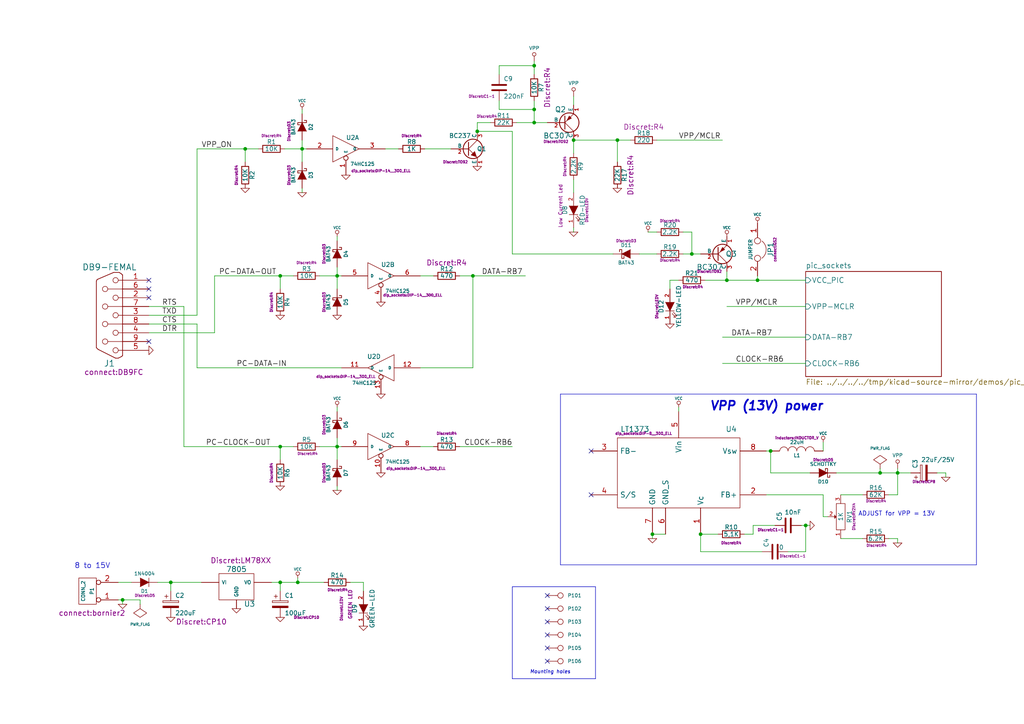
<source format=kicad_sch>
(kicad_sch (version 20230121) (generator eeschema)
  (paper "A4")
  (title_block (title "JDM - COM84 PIC Programmer with 13V DC/DC converter") (date "05 jan 2014") (rev "2") (company "KiCad"))
  (lib_symbols
    (symbol "pic_programmer_schlib:74LS125" (pin_names (offset 0.762))
      (property "Reference" "U" (at 0 2.54 0))
      (property "Value" "74LS125" (at 1.27 -3.81 0))
      (symbol "74LS125_0_0"
        (pin power_in line (at -3.81 3.81 270) (length 0) hide (name "VCC") (number "14"))
        (pin power_in line (at -3.81 -3.81 90) (length 0) hide (name "GND") (number "7"))
      )
      (symbol "74LS125_0_1"
        (polyline (pts (xy -3.81 3.81) (xy -3.81 -3.81) (xy 3.81 0) (xy -3.81 3.81)))
      )
      (symbol "74LS125_1_0"
        (pin input inverted (at 0 -7.62 90) (length 5.588) (name "E") (number "1"))
      )
      (symbol "74LS125_1_1"
        (pin input line (at -11.43 0 0) (length 7.62) (name "D") (number "2"))
        (pin tri_state line (at 11.43 0 180) (length 7.62) (name "O") (number "3"))
      )
      (symbol "74LS125_2_0"
        (pin input inverted (at 0 -7.62 90) (length 5.588) (name "E") (number "4"))
      )
      (symbol "74LS125_2_1"
        (pin input line (at -11.43 0 0) (length 7.62) (name "D") (number "5"))
        (pin tri_state line (at 11.43 0 180) (length 7.62) (name "O") (number "6"))
      )
      (symbol "74LS125_3_0"
        (pin input inverted (at 0 -7.62 90) (length 5.588) (name "E") (number "10"))
      )
      (symbol "74LS125_3_1"
        (pin tri_state line (at 11.43 0 180) (length 7.62) (name "O") (number "8"))
        (pin input line (at -11.43 0 0) (length 7.62) (name "D") (number "9"))
      )
      (symbol "74LS125_4_0"
        (pin input inverted (at 0 -7.62 90) (length 5.588) (name "E") (number "13"))
      )
      (symbol "74LS125_4_1"
        (pin tri_state line (at 11.43 0 180) (length 7.62) (name "O") (number "11"))
        (pin input line (at -11.43 0 0) (length 7.62) (name "D") (number "12"))
      )
    )
    (symbol "pic_programmer_schlib:7805" (pin_numbers hide) (pin_names (offset 0.762))
      (property "Reference" "U" (at 3.81 -4.9784 0))
      (property "Value" "7805" (at 0 5.08 0))
      (symbol "7805_0_1"
        (rectangle (start -5.08 -3.81) (end 5.08 3.81))
      )
      (symbol "7805_1_1"
        (pin input line (at 0 -6.35 90) (length 2.54) (name "GND") (number "GND"))
        (pin input line (at -10.16 1.27 0) (length 5.08) (name "VI") (number "VI"))
        (pin power_out line (at 10.16 1.27 180) (length 5.08) (name "VO") (number "VO"))
      )
    )
    (symbol "pic_programmer_schlib:C" (pin_numbers hide) (pin_names (offset 0.254))
      (property "Reference" "C" (at 0.635 2.54 0))
      (property "Value" "C" (at 0.635 -2.54 0))
      (symbol "C_0_1"
        (polyline (pts (xy -2.032 -0.762) (xy 2.032 -0.762)) (stroke (width 0.508)))
        (polyline (pts (xy -2.032 0.762) (xy 2.032 0.762)) (stroke (width 0.508)))
      )
      (symbol "C_1_1"
        (pin passive line (at 0 3.81 270) (length 2.794) (name "~") (number "1"))
        (pin passive line (at 0 -3.81 90) (length 2.794) (name "~") (number "2"))
      )
    )
    (symbol "pic_programmer_schlib:CONN_1" (pin_numbers hide) (pin_names (offset 0.762) hide)
      (property "Reference" "P" (at 2.032 0 0))
      (symbol "CONN_1_0_1"
        (polyline (pts (xy -0.762 0) (xy -1.27 0)))
        (circle (center 0 0) (radius 0.7874))
      )
      (symbol "CONN_1_1_1"
        (pin passive line (at -3.81 0 0) (length 2.54) (name "1") (number "1"))
      )
    )
    (symbol "pic_programmer_schlib:CONN_2" (pin_names (offset 1.016) hide)
      (property "Reference" "P" (at -1.27 0 90))
      (property "Value" "CONN_2" (at 1.27 0 90))
      (symbol "CONN_2_0_1"
        (rectangle (start -2.54 3.81) (end 2.54 -3.81))
      )
      (symbol "CONN_2_1_1"
        (pin passive inverted (at -8.89 2.54 0) (length 6.35) (name "P1") (number "1"))
        (pin passive inverted (at -8.89 -2.54 0) (length 6.35) (name "PM") (number "2"))
      )
    )
    (symbol "pic_programmer_schlib:CP" (pin_numbers hide) (pin_names (offset 0.254))
      (property "Reference" "C" (at 0.635 2.54 0))
      (property "Value" "CP" (at 0.635 -2.54 0))
      (symbol "CP_0_1"
        (rectangle (start -2.286 0.508) (end -2.286 1.016))
        (rectangle (start -2.286 0.508) (end 2.286 0.508))
        (rectangle (start -1.778 2.286) (end -0.762 2.286))
        (rectangle (start -1.27 1.778) (end -1.27 2.794))
        (rectangle (start 2.286 -0.508) (end -2.286 -1.016) (fill (type outline)))
        (rectangle (start 2.286 1.016) (end -2.286 1.016))
        (rectangle (start 2.286 1.016) (end 2.286 0.508))
      )
      (symbol "CP_1_1"
        (pin passive line (at 0 3.81 270) (length 2.794) (name "~") (number "1"))
        (pin passive line (at 0 -3.81 90) (length 2.794) (name "~") (number "2"))
      )
    )
    (symbol "pic_programmer_schlib:D" (pin_numbers hide) (pin_names (offset 1.016) hide)
      (property "Reference" "D" (at 0 2.54 0))
      (property "Value" "D" (at 0 -2.54 0))
      (symbol "D_0_1"
        (polyline (pts (xy -1.27 1.27) (xy -1.27 -1.27)) (stroke (width 0.1524)))
        (polyline (pts (xy 1.27 1.27) (xy -1.27 0) (xy 1.27 -1.27)) (fill (type outline)))
      )
      (symbol "D_1_1"
        (pin passive line (at -3.81 0 0) (length 2.54) (name "K") (number "1"))
        (pin passive line (at 3.81 0 180) (length 2.54) (name "A") (number "2"))
      )
    )
    (symbol "pic_programmer_schlib:DB9" (pin_names (offset 1.016) hide)
      (property "Reference" "J" (at 0 13.97 0))
      (property "Value" "DB9" (at 0 -13.97 0))
      (symbol "DB9_0_1"
        (circle (center -1.778 -10.16) (radius 0.762))
        (circle (center -1.778 -5.08) (radius 0.762))
        (circle (center -1.778 0) (radius 0.762))
        (circle (center -1.778 5.08) (radius 0.762))
        (circle (center -1.778 10.16) (radius 0.762))
        (polyline (pts (xy -3.81 -11.684) (xy -3.81 11.684)) (stroke (width 0.2032)))
        (polyline (pts (xy -3.81 -11.6586) (xy -3.556 -11.938)) (stroke (width 0.2032)))
        (polyline (pts (xy -3.81 -10.16) (xy -2.54 -10.16)))
        (polyline (pts (xy -3.81 -7.62) (xy 0.508 -7.62)))
        (polyline (pts (xy -3.81 -5.08) (xy -2.54 -5.08)))
        (polyline (pts (xy -3.81 -2.54) (xy 0.508 -2.54)))
        (polyline (pts (xy -3.81 0) (xy -2.54 0)))
        (polyline (pts (xy -3.81 2.54) (xy 0.508 2.54)))
        (polyline (pts (xy -3.81 5.08) (xy -2.54 5.08)))
        (polyline (pts (xy -3.81 7.62) (xy 0.508 7.62)))
        (polyline (pts (xy -3.81 10.16) (xy -2.54 10.16)))
        (polyline (pts (xy -3.556 -11.938) (xy -2.794 -12.446)) (stroke (width 0.2032)))
        (polyline (pts (xy -3.556 11.938) (xy -3.81 11.684)) (stroke (width 0.2032)))
        (polyline (pts (xy -3.556 11.938) (xy -2.54 12.446)) (stroke (width 0.2032)))
        (polyline (pts (xy -2.794 -12.446) (xy -1.27 -12.446)) (stroke (width 0.2032)))
        (polyline (pts (xy -2.54 12.446) (xy -1.778 12.446)) (stroke (width 0.2032)))
        (polyline (pts (xy 3.2766 9.906) (xy -1.778 12.446)) (stroke (width 0.2032)))
        (polyline (pts (xy 3.2766 9.906) (xy 3.81 9.398)) (stroke (width 0.2032)))
        (polyline (pts (xy 3.556 -10.3886) (xy -1.27 -12.446)) (stroke (width 0.2032)))
        (polyline (pts (xy 3.81 -9.906) (xy 3.556 -10.3886)) (stroke (width 0.2032)))
        (polyline (pts (xy 3.81 9.398) (xy 3.81 -9.906)) (stroke (width 0.2032)))
        (circle (center 1.27 -7.62) (radius 0.762))
        (circle (center 1.27 -2.54) (radius 0.762))
        (circle (center 1.27 2.54) (radius 0.762))
        (circle (center 1.27 7.62) (radius 0.762))
      )
      (symbol "DB9_1_1"
        (pin passive line (at -11.43 -10.16 0) (length 7.62) (name "1") (number "1"))
        (pin passive line (at -11.43 -5.08 0) (length 7.62) (name "2") (number "2"))
        (pin passive line (at -11.43 0 0) (length 7.62) (name "3") (number "3"))
        (pin passive line (at -11.43 5.08 0) (length 7.62) (name "4") (number "4"))
        (pin passive line (at -11.43 10.16 0) (length 7.62) (name "5") (number "5"))
        (pin passive line (at -11.43 -7.62 0) (length 7.62) (name "P6") (number "6"))
        (pin passive line (at -11.43 -2.54 0) (length 7.62) (name "P7") (number "7"))
        (pin passive line (at -11.43 2.54 0) (length 7.62) (name "P8") (number "8"))
        (pin passive line (at -11.43 7.62 0) (length 7.62) (name "P9") (number "9"))
      )
    )
    (symbol "pic_programmer_schlib:D_Schottky" (pin_numbers hide) (pin_names (offset 1.016) hide)
      (property "Reference" "D" (at 0 2.54 0))
      (property "Value" "D_Schottky" (at 0 -2.54 0))
      (symbol "D_Schottky_0_1"
        (polyline (pts (xy 1.27 1.27) (xy -1.27 0) (xy 1.27 -1.27)) (fill (type outline)))
        (polyline (pts (xy -1.905 0.635) (xy -1.905 1.27) (xy -1.27 1.27) (xy -1.27 -1.27) (xy -0.635 -1.27) (xy -0.635 -0.635)) (stroke (width 0.2032)))
      )
      (symbol "D_Schottky_1_1"
        (pin passive line (at -3.81 0 0) (length 2.54) (name "K") (number "1"))
        (pin passive line (at 3.81 0 180) (length 2.54) (name "A") (number "2"))
      )
    )
    (symbol "pic_programmer_schlib:GND" (power) (pin_names (offset 0))
      (symbol "GND_0_1"
        (polyline (pts (xy -1.27 0) (xy 0 -1.27) (xy 1.27 0) (xy -1.27 0)))
      )
      (symbol "GND_1_1"
        (pin power_in line (at 0 0 90) (length 0) hide (name "GND") (number "1"))
      )
    )
    (symbol "pic_programmer_schlib:INDUCTOR" (pin_numbers hide) (pin_names (offset 1.016) hide)
      (property "Reference" "L" (at -1.27 0 90))
      (property "Value" "INDUCTOR" (at 2.54 0 90))
      (symbol "INDUCTOR_0_1"
        (arc (start 0.0254 -5.0546) (mid 1.2449 -3.8097) (end 0.0254 -2.54))
        (arc (start 0.0254 -2.5146) (mid 1.2703 -1.2444) (end 0.0254 0.0508))
        (arc (start 0.0254 0.0254) (mid 1.2703 1.2956) (end 0.0254 2.5908))
        (arc (start 0.0254 2.5654) (mid 1.1941 3.7595) (end 0.0254 4.9784))
      )
      (symbol "INDUCTOR_1_1"
        (pin passive line (at 0 7.62 270) (length 2.54) (name "1") (number "1"))
        (pin passive line (at 0 -7.62 90) (length 2.54) (name "2") (number "2"))
      )
    )
    (symbol "pic_programmer_schlib:JUMPER" (pin_names (offset 0.762) hide)
      (property "Reference" "JP" (at 0 3.81 0))
      (property "Value" "JUMPER" (at 0 -2.032 0))
      (symbol "JUMPER_0_1"
        (circle (center -2.54 0) (radius 0.889))
        (arc (start 2.5146 1.27) (mid 0.0078 2.5097) (end -2.4892 1.27))
        (circle (center 2.54 0) (radius 0.889))
        (pin passive line (at -7.62 0 0) (length 4.191) (name "1") (number "1"))
        (pin passive line (at 7.62 0 180) (length 4.191) (name "2") (number "2"))
      )
    )
    (symbol "pic_programmer_schlib:LED" (pin_names (offset 1.016) hide)
      (property "Reference" "D" (at 0 2.54 0))
      (property "Value" "LED" (at 0 -2.54 0))
      (symbol "LED_0_1"
        (polyline (pts (xy -1.27 1.27) (xy -1.27 -1.27)))
        (polyline (pts (xy -2.032 -0.635) (xy -3.175 -1.651) (xy -3.048 -1.016)))
        (polyline (pts (xy -1.651 -1.016) (xy -2.794 -2.032) (xy -2.667 -1.397)))
        (polyline (pts (xy 1.27 1.27) (xy -1.27 0) (xy 1.27 -1.27)) (fill (type outline)))
      )
      (symbol "LED_1_1"
        (pin passive line (at -5.08 0 0) (length 3.81) (name "K") (number "1"))
        (pin passive line (at 5.08 0 180) (length 3.81) (name "A") (number "2"))
      )
    )
    (symbol "pic_programmer_schlib:LT1373" (pin_names (offset 0.762))
      (property "Reference" "U" (at 15.24 12.7 0))
      (property "Value" "LT1373" (at -12.7 12.7 0))
      (symbol "LT1373_0_1"
        (rectangle (start -17.78 -10.16) (end 17.78 10.16))
      )
      (symbol "LT1373_1_1"
        (pin input line (at 6.35 -17.78 90) (length 7.62) (name "Vc") (number "1"))
        (pin input line (at 25.4 -6.35 180) (length 7.62) (name "FB+") (number "2"))
        (pin passive line (at -25.4 6.35 0) (length 7.62) (name "FB-") (number "3"))
        (pin passive line (at -25.4 -6.35 0) (length 7.62) (name "S/S") (number "4"))
        (pin power_in line (at 0 17.78 270) (length 7.62) (name "Vin") (number "5"))
        (pin input line (at -3.81 -17.78 90) (length 7.62) (name "GND_S") (number "6"))
        (pin input line (at -7.62 -17.78 90) (length 7.62) (name "GND") (number "7"))
        (pin input line (at 25.4 6.35 180) (length 7.62) (name "Vsw") (number "8"))
      )
    )
    (symbol "pic_programmer_schlib:NPN" (pin_names (offset 0))
      (property "Reference" "Q" (at 0 -3.81 0))
      (property "Value" "NPN" (at 0 3.81 0))
      (symbol "NPN_0_1"
        (polyline (pts (xy 0 0) (xy 2.54 2.54)))
        (polyline (pts (xy 0 1.905) (xy 0 -1.905) (xy 0 -1.905)) (stroke (width 0.254)))
        (polyline (pts (xy 1.27 -1.27) (xy 0 0) (xy 0 0)))
        (polyline (pts (xy 2.286 -2.286) (xy 2.54 -2.54) (xy 2.54 -2.54)))
        (polyline (pts (xy 2.286 -2.286) (xy 1.778 -0.762) (xy 0.762 -1.778) (xy 2.286 -2.286) (xy 2.286 -2.286)) (fill (type outline)))
        (circle (center 1.27 0) (radius 2.8194) (stroke (width 0.254)))
      )
      (symbol "NPN_1_1"
        (pin passive line (at 2.54 -5.08 90) (length 2.54) (name "E") (number "1"))
        (pin input line (at -5.08 0 0) (length 5.08) (name "B") (number "2"))
        (pin passive line (at 2.54 5.08 270) (length 2.54) (name "C") (number "3"))
      )
    )
    (symbol "pic_programmer_schlib:PNP" (pin_names (offset 0))
      (property "Reference" "Q" (at 0 -3.81 0))
      (property "Value" "PNP" (at 0 3.81 0))
      (symbol "PNP_0_1"
        (polyline (pts (xy 0 0) (xy 2.54 2.54)))
        (polyline (pts (xy 0 1.905) (xy 0 -1.905) (xy 0 -1.905)) (stroke (width 0.254)) (fill (type outline)))
        (polyline (pts (xy 0.635 -0.635) (xy 0 0) (xy 0 0)))
        (polyline (pts (xy 2.54 -2.54) (xy 1.651 -1.651) (xy 1.651 -1.651)))
        (polyline (pts (xy 0.635 -0.635) (xy 1.27 -1.905) (xy 1.905 -1.27) (xy 0.635 -0.635) (xy 0.635 -0.635)) (fill (type outline)))
        (circle (center 1.27 0) (radius 2.8194) (stroke (width 0.254)))
      )
      (symbol "PNP_1_1"
        (pin passive line (at 2.54 -5.08 90) (length 2.54) (name "E") (number "1"))
        (pin input line (at -5.08 0 0) (length 5.08) (name "B") (number "2"))
        (pin passive line (at 2.54 5.08 270) (length 2.54) (name "C") (number "3"))
      )
    )
    (symbol "pic_programmer_schlib:POT" (pin_names (offset 1.016) hide)
      (property "Reference" "RV" (at 0 -2.54 0))
      (property "Value" "POT" (at 0 0 0))
      (symbol "POT_0_1"
        (rectangle (start -3.81 1.27) (end 3.81 -1.27))
        (polyline (pts (xy 0 1.27) (xy -0.508 1.778) (xy 0.508 1.778)) (fill (type outline)))
      )
      (symbol "POT_1_1"
        (pin passive line (at -6.35 0 0) (length 2.54) (name "1") (number "1"))
        (pin passive line (at 0 3.81 270) (length 2.032) (name "2") (number "2"))
        (pin passive line (at 6.35 0 180) (length 2.54) (name "3") (number "3"))
      )
    )
    (symbol "pic_programmer_schlib:PWR_FLAG" (power) (pin_numbers hide) (pin_names (offset 0) hide)
      (property "Value" "PWR_FLAG" (at 0 4.572 0))
      (symbol "PWR_FLAG_0_0"
        (pin power_out line (at 0 0 90) (length 0) (name "pwr") (number "1"))
      )
      (symbol "PWR_FLAG_0_1"
        (polyline (pts (xy 0 0) (xy 0 1.27) (xy -1.905 2.54) (xy 0 3.81) (xy 1.905 2.54) (xy 0 1.27)))
      )
    )
    (symbol "pic_programmer_schlib:R" (pin_numbers hide) (pin_names (offset 0))
      (property "Reference" "R" (at 2.032 0 90))
      (property "Value" "R" (at 0 0 90))
      (symbol "R_0_1"
        (rectangle (start -1.016 -2.54) (end 1.016 2.54) (stroke (width 0.254)))
      )
      (symbol "R_1_1"
        (pin passive line (at 0 3.81 270) (length 1.27) (name "~") (number "1"))
        (pin passive line (at 0 -3.81 90) (length 1.27) (name "~") (number "2"))
      )
    )
    (symbol "pic_programmer_schlib:VCC" (power) (pin_names (offset 0))
      (property "Value" "VCC" (at 0 2.54 0))
      (symbol "VCC_0_0"
        (pin power_in line (at 0 0 90) (length 0) hide (name "VCC") (number "1"))
      )
      (symbol "VCC_0_1"
        (polyline (pts (xy 0 0) (xy 0 0.762) (xy 0 0.762)))
        (circle (center 0 1.27) (radius 0.508))
      )
    )
    (symbol "pic_programmer_schlib:VPP" (pin_names (offset 0))
      (property "Value" "VPP" (at 0 3.81 0))
      (symbol "VPP_0_0"
        (pin power_in line (at 0 0 90) (length 0) hide (name "VPP") (number "1"))
      )
      (symbol "VPP_0_1"
        (polyline (pts (xy 0 1.524) (xy 0 0)))
        (circle (center 0 2.032) (radius 0.508))
      )
    )
  )
  (junction (at 87.63 43.18))
  (junction (at 233.68 152.4))
  (junction (at 138.43 38.1))
  (junction (at 154.94 19.05))
  (junction (at 81.28 168.91))
  (junction (at 154.94 35.56))
  (junction (at 203.2 154.94))
  (junction (at 137.16 80.01))
  (junction (at 260.35 137.16))
  (junction (at 179.07 40.64))
  (junction (at 71.12 43.18))
  (junction (at 97.79 129.54))
  (junction (at 49.53 168.91))
  (junction (at 81.28 129.54))
  (junction (at 166.37 40.64))
  (junction (at 35.56 173.99))
  (junction (at 255.27 137.16))
  (junction (at 223.52 130.81))
  (junction (at 97.79 80.01))
  (junction (at 219.71 81.28))
  (junction (at 81.28 80.01))
  (junction (at 154.94 31.75))
  (junction (at 210.82 81.28))
  (junction (at 200.66 73.66))
  (junction (at 86.36 168.91))
  (junction (at 189.23 154.94))
  (no_connect (at 158.75 172.72))
  (no_connect (at 43.18 81.28))
  (no_connect (at 158.75 187.96))
  (no_connect (at 158.75 176.53))
  (no_connect (at 158.75 184.15))
  (no_connect (at 43.18 99.06))
  (no_connect (at 158.75 191.77))
  (no_connect (at 171.45 130.81))
  (no_connect (at 171.45 143.51))
  (no_connect (at 43.18 83.82))
  (no_connect (at 158.75 180.34))
  (no_connect (at 43.18 86.36))
  (wire (pts (xy 53.34 129.54) (xy 53.34 88.9)))
  (wire (pts (xy 154.94 31.75) (xy 154.94 35.56)))
  (wire (pts (xy 71.12 43.18) (xy 74.93 43.18)))
  (wire (pts (xy 133.35 80.01) (xy 137.16 80.01)))
  (wire (pts (xy 224.79 152.4) (xy 218.44 152.4)))
  (wire (pts (xy 260.35 143.51) (xy 257.81 143.51)))
  (wire (pts (xy 87.63 43.18) (xy 88.9 43.18)))
  (wire (pts (xy 166.37 66.04) (xy 166.37 67.31)))
  (wire (pts (xy 62.23 80.01) (xy 81.28 80.01)))
  (wire (pts (xy 200.66 73.66) (xy 200.66 67.31)))
  (wire (pts (xy 62.23 96.52) (xy 43.18 96.52)))
  (wire (pts (xy 38.1 168.91) (xy 34.29 168.91)))
  (wire (pts (xy 219.71 81.28) (xy 233.68 81.28)))
  (wire (pts (xy 190.5 73.66) (xy 185.42 73.66)))
  (polyline (pts (xy 172.72 170.18) (xy 172.72 196.85)))
  (wire (pts (xy 49.53 168.91) (xy 58.42 168.91)))
  (wire (pts (xy 166.37 30.48) (xy 166.37 27.94)))
  (wire (pts (xy 45.72 168.91) (xy 49.53 168.91)))
  (wire (pts (xy 62.23 96.52) (xy 62.23 80.01)))
  (wire (pts (xy 238.76 128.27) (xy 238.76 130.81)))
  (wire (pts (xy 228.6 160.02) (xy 233.68 160.02)))
  (wire (pts (xy 255.27 137.16) (xy 260.35 137.16)))
  (wire (pts (xy 233.68 160.02) (xy 233.68 152.4)))
  (wire (pts (xy 260.35 137.16) (xy 260.35 143.51)))
  (polyline (pts (xy 283.21 114.3) (xy 283.21 163.83)))
  (polyline (pts (xy 162.56 114.3) (xy 162.56 163.83)))
  (wire (pts (xy 35.56 175.26) (xy 35.56 173.99)))
  (wire (pts (xy 260.35 135.89) (xy 260.35 137.16)))
  (polyline (pts (xy 148.59 170.18) (xy 172.72 170.18)))
  (wire (pts (xy 71.12 46.99) (xy 71.12 43.18)))
  (wire (pts (xy 144.78 19.05) (xy 154.94 19.05)))
  (wire (pts (xy 189.23 154.94) (xy 193.04 154.94)))
  (wire (pts (xy 97.79 129.54) (xy 99.06 129.54)))
  (wire (pts (xy 233.68 105.41) (xy 209.55 105.41)))
  (wire (pts (xy 144.78 19.05) (xy 144.78 21.59)))
  (wire (pts (xy 190.5 40.64) (xy 209.55 40.64)))
  (wire (pts (xy 57.15 91.44) (xy 43.18 91.44)))
  (wire (pts (xy 223.52 130.81) (xy 222.25 130.81)))
  (wire (pts (xy 210.82 81.28) (xy 219.71 81.28)))
  (wire (pts (xy 138.43 38.1) (xy 148.59 38.1)))
  (wire (pts (xy 97.79 77.47) (xy 97.79 80.01)))
  (wire (pts (xy 92.71 129.54) (xy 97.79 129.54)))
  (wire (pts (xy 187.96 67.31) (xy 190.5 67.31)))
  (wire (pts (xy 240.03 149.86) (xy 238.76 149.86)))
  (wire (pts (xy 154.94 29.21) (xy 154.94 31.75)))
  (wire (pts (xy 81.28 168.91) (xy 81.28 171.45)))
  (wire (pts (xy 148.59 38.1) (xy 148.59 73.66)))
  (wire (pts (xy 81.28 133.35) (xy 81.28 129.54)))
  (wire (pts (xy 138.43 35.56) (xy 142.24 35.56)))
  (wire (pts (xy 250.19 143.51) (xy 243.84 143.51)))
  (wire (pts (xy 35.56 173.99) (xy 40.64 173.99)))
  (polyline (pts (xy 162.56 163.83) (xy 283.21 163.83)))
  (wire (pts (xy 137.16 106.68) (xy 137.16 80.01)))
  (wire (pts (xy 166.37 52.07) (xy 166.37 55.88)))
  (wire (pts (xy 232.41 152.4) (xy 233.68 152.4)))
  (wire (pts (xy 78.74 168.91) (xy 81.28 168.91)))
  (wire (pts (xy 189.23 156.21) (xy 189.23 154.94)))
  (wire (pts (xy 274.32 137.16) (xy 274.32 138.43)))
  (wire (pts (xy 53.34 88.9) (xy 43.18 88.9)))
  (wire (pts (xy 97.79 129.54) (xy 97.79 133.35)))
  (wire (pts (xy 233.68 97.79) (xy 209.55 97.79)))
  (wire (pts (xy 87.63 40.64) (xy 87.63 43.18)))
  (wire (pts (xy 53.34 129.54) (xy 81.28 129.54)))
  (polyline (pts (xy 172.72 196.85) (xy 148.59 196.85)))
  (wire (pts (xy 203.2 154.94) (xy 203.2 160.02)))
  (wire (pts (xy 149.86 35.56) (xy 154.94 35.56)))
  (wire (pts (xy 105.41 168.91) (xy 101.6 168.91)))
  (wire (pts (xy 97.79 68.58) (xy 97.79 69.85)))
  (wire (pts (xy 204.47 81.28) (xy 210.82 81.28)))
  (wire (pts (xy 233.68 152.4) (xy 234.95 152.4)))
  (wire (pts (xy 97.79 142.24) (xy 97.79 140.97)))
  (wire (pts (xy 210.82 81.28) (xy 210.82 78.74)))
  (wire (pts (xy 148.59 73.66) (xy 177.8 73.66)))
  (wire (pts (xy 137.16 80.01) (xy 152.4 80.01)))
  (wire (pts (xy 40.64 173.99) (xy 40.64 175.26)))
  (wire (pts (xy 97.79 80.01) (xy 99.06 80.01)))
  (wire (pts (xy 208.28 154.94) (xy 203.2 154.94)))
  (wire (pts (xy 200.66 73.66) (xy 203.2 73.66)))
  (wire (pts (xy 86.36 168.91) (xy 93.98 168.91)))
  (wire (pts (xy 154.94 35.56) (xy 158.75 35.56)))
  (wire (pts (xy 57.15 43.18) (xy 57.15 91.44)))
  (wire (pts (xy 234.95 137.16) (xy 223.52 137.16)))
  (polyline (pts (xy 148.59 196.85) (xy 148.59 170.18)))
  (wire (pts (xy 255.27 135.89) (xy 255.27 137.16)))
  (wire (pts (xy 130.81 43.18) (xy 123.19 43.18)))
  (wire (pts (xy 57.15 43.18) (xy 71.12 43.18)))
  (wire (pts (xy 34.29 173.99) (xy 35.56 173.99)))
  (wire (pts (xy 154.94 17.78) (xy 154.94 19.05)))
  (wire (pts (xy 198.12 73.66) (xy 200.66 73.66)))
  (wire (pts (xy 57.15 106.68) (xy 57.15 93.98)))
  (wire (pts (xy 82.55 43.18) (xy 87.63 43.18)))
  (wire (pts (xy 154.94 19.05) (xy 154.94 21.59)))
  (wire (pts (xy 148.59 129.54) (xy 133.35 129.54)))
  (wire (pts (xy 97.79 127) (xy 97.79 129.54)))
  (wire (pts (xy 81.28 80.01) (xy 85.09 80.01)))
  (wire (pts (xy 166.37 40.64) (xy 166.37 44.45)))
  (wire (pts (xy 260.35 137.16) (xy 264.16 137.16)))
  (wire (pts (xy 242.57 137.16) (xy 255.27 137.16)))
  (wire (pts (xy 81.28 129.54) (xy 85.09 129.54)))
  (wire (pts (xy 81.28 83.82) (xy 81.28 80.01)))
  (wire (pts (xy 218.44 152.4) (xy 218.44 154.94)))
  (wire (pts (xy 179.07 40.64) (xy 182.88 40.64)))
  (wire (pts (xy 87.63 33.02) (xy 87.63 31.75)))
  (wire (pts (xy 271.78 137.16) (xy 274.32 137.16)))
  (wire (pts (xy 121.92 80.01) (xy 125.73 80.01)))
  (wire (pts (xy 115.57 43.18) (xy 111.76 43.18)))
  (wire (pts (xy 86.36 168.91) (xy 86.36 167.64)))
  (wire (pts (xy 218.44 154.94) (xy 215.9 154.94)))
  (wire (pts (xy 87.63 54.61) (xy 87.63 55.88)))
  (wire (pts (xy 196.85 119.38) (xy 196.85 118.11)))
  (wire (pts (xy 92.71 80.01) (xy 97.79 80.01)))
  (wire (pts (xy 49.53 171.45) (xy 49.53 168.91)))
  (wire (pts (xy 250.19 156.21) (xy 243.84 156.21)))
  (wire (pts (xy 43.18 93.98) (xy 57.15 93.98)))
  (wire (pts (xy 81.28 168.91) (xy 86.36 168.91)))
  (wire (pts (xy 194.31 81.28) (xy 196.85 81.28)))
  (wire (pts (xy 144.78 31.75) (xy 154.94 31.75)))
  (wire (pts (xy 121.92 106.68) (xy 137.16 106.68)))
  (wire (pts (xy 219.71 81.28) (xy 219.71 80.01)))
  (wire (pts (xy 194.31 83.82) (xy 194.31 81.28)))
  (wire (pts (xy 144.78 29.21) (xy 144.78 31.75)))
  (wire (pts (xy 97.79 119.38) (xy 97.79 118.11)))
  (wire (pts (xy 97.79 80.01) (xy 97.79 83.82)))
  (wire (pts (xy 210.82 88.9) (xy 233.68 88.9)))
  (wire (pts (xy 166.37 40.64) (xy 179.07 40.64)))
  (wire (pts (xy 87.63 43.18) (xy 87.63 46.99)))
  (wire (pts (xy 99.06 106.68) (xy 57.15 106.68)))
  (wire (pts (xy 138.43 35.56) (xy 138.43 38.1)))
  (polyline (pts (xy 283.21 114.3) (xy 162.56 114.3)))
  (wire (pts (xy 260.35 156.21) (xy 257.81 156.21)))
  (wire (pts (xy 125.73 129.54) (xy 121.92 129.54)))
  (wire (pts (xy 238.76 143.51) (xy 222.25 143.51)))
  (wire (pts (xy 203.2 160.02) (xy 220.98 160.02)))
  (wire (pts (xy 260.35 156.21) (xy 260.35 157.48)))
  (wire (pts (xy 223.52 137.16) (xy 223.52 130.81)))
  (wire (pts (xy 200.66 67.31) (xy 198.12 67.31)))
  (wire (pts (xy 105.41 171.45) (xy 105.41 168.91)))
  (wire (pts (xy 238.76 149.86) (xy 238.76 143.51)))
  (wire (pts (xy 179.07 46.99) (xy 179.07 40.64)))
  (text "8 to 15V" (at 21.59 165.1 0) (effects (font (size 1.524 1.524)) (justify left bottom)))
  (text "VPP (13V) power" (at 205.74 119.38 0) (effects (font (size 2.54 2.54) (thickness 0.508) bold italic) (justify left bottom)))
  (text "ADJUST for VPP = 13V" (at 248.92 149.86 0) (effects (font (size 1.27 1.27)) (justify left bottom)))
  (text "Mounting holes" (at 153.67 195.58 0) (effects (font (size 1.016 1.016) italic) (justify left bottom)))
  (label "DATA-RB7" (at 139.7 80.01 0) (effects (font (size 1.524 1.524))))
  (label "PC-CLOCK-OUT" (at 59.69 129.54 0) (effects (font (size 1.524 1.524))))
  (label "VPP_ON" (at 58.42 43.18 0) (effects (font (size 1.524 1.524))))
  (label "DTR" (at 46.99 96.52 0) (effects (font (size 1.524 1.524))))
  (label "VPP/MCLR" (at 213.36 88.9 0) (effects (font (size 1.524 1.524))))
  (label "CLOCK-RB6" (at 134.62 129.54 0) (effects (font (size 1.524 1.524))))
  (label "DATA-RB7" (at 212.09 97.79 0) (effects (font (size 1.524 1.524))))
  (label "PC-DATA-OUT" (at 63.5 80.01 0) (effects (font (size 1.524 1.524))))
  (label "CLOCK-RB6" (at 213.36 105.41 0) (effects (font (size 1.524 1.524))))
  (label "VPP/MCLR" (at 196.85 40.64 0) (effects (font (size 1.524 1.524))))
  (label "CTS" (at 46.99 93.98 0) (effects (font (size 1.524 1.524))))
  (label "TXD" (at 46.99 91.44 0) (effects (font (size 1.524 1.524))))
  (label "RTS" (at 46.99 88.9 0) (effects (font (size 1.524 1.524))))
  (label "PC-DATA-IN" (at 68.58 106.68 0) (effects (font (size 1.524 1.524))))
  (symbol (lib_id "pic_programmer_schlib:DB9") (at 31.75 91.44 180) (unit 1)
    (property "Reference" "J1" (at 31.75 105.41 0) (effects (font (size 1.778 1.778))))
    (property "Value" "DB9-FEMAL" (at 31.75 77.47 0) (effects (font (size 1.778 1.778))))
    (property "Footprint" "connect:DB9FC" (at 33.02 107.95 0) (effects (font (size 1.524 1.524))))
  )
  (symbol (lib_id "pic_programmer_schlib:74LS125") (at 100.33 43.18 0) (unit 1)
    (property "Reference" "U2" (at 100.33 40.64 0) (effects (justify left bottom)))
    (property "Value" "74HC125" (at 101.6 46.99 0) (effects (font (size 1.016 1.016)) (justify left top)))
    (property "Footprint" "dip_sockets:DIP-14__300_ELL" (at 110.49 49.53 0) (effects (font (size 0.762 0.762))))
  )
  (symbol (lib_id "pic_programmer_schlib:R") (at 78.74 43.18 90) (unit 1)
    (property "Reference" "R1" (at 78.74 41.148 90))
    (property "Value" "10K" (at 78.74 43.18 90))
    (property "Footprint" "Discret:R4" (at 78.74 39.37 90) (effects (font (size 0.762 0.762))))
  )
  (symbol (lib_id "pic_programmer_schlib:R") (at 71.12 50.8 0) (unit 1)
    (property "Reference" "R2" (at 73.152 50.8 90))
    (property "Value" "10K" (at 71.12 50.8 90))
    (property "Footprint" "Discret:R4" (at 68.58 50.8 90) (effects (font (size 0.762 0.762))))
  )
  (symbol (lib_id "pic_programmer_schlib:D_Schottky") (at 87.63 36.83 270) (unit 1)
    (property "Reference" "D2" (at 90.17 36.83 0) (effects (font (size 1.016 1.016))))
    (property "Value" "BAT43" (at 85.09 36.83 0) (effects (font (size 1.016 1.016))))
    (property "Footprint" "Discret:D3" (at 83.82 38.1 0) (effects (font (size 0.762 0.762))))
  )
  (symbol (lib_id "pic_programmer_schlib:D_Schottky") (at 87.63 50.8 270) (unit 1)
    (property "Reference" "D3" (at 90.17 50.8 0) (effects (font (size 1.016 1.016))))
    (property "Value" "BAT43" (at 85.09 50.8 0) (effects (font (size 1.016 1.016))))
    (property "Footprint" "Discret:D3" (at 83.82 50.8 0) (effects (font (size 0.762 0.762))))
  )
  (symbol (lib_id "pic_programmer_schlib:GND") (at 100.33 50.8 0) (unit 1)
    (property "Reference" "#PWR035" (effects hide))
    (property "Value" "GND" (effects hide))
  )
  (symbol (lib_id "pic_programmer_schlib:GND") (at 87.63 55.88 0) (unit 1)
    (property "Reference" "#PWR034" (effects hide))
    (property "Value" "GND" (effects hide))
  )
  (symbol (lib_id "pic_programmer_schlib:VCC") (at 87.63 31.75 0) (unit 1)
    (property "Reference" "#PWR033" (effects hide))
    (property "Value" "VCC" (at 87.63 29.21 0) (effects (font (size 0.762 0.762))))
  )
  (symbol (lib_id "pic_programmer_schlib:74LS125") (at 110.49 80.01 0) (unit 2)
    (property "Reference" "U2" (at 110.49 77.47 0) (effects (justify left bottom)))
    (property "Value" "74HC125" (at 111.76 83.82 0) (effects (font (size 1.016 1.016)) (justify left top)))
    (property "Footprint" "dip_sockets:DIP-14__300_ELL" (at 119.6848 85.598 0) (effects (font (size 0.762 0.762))))
  )
  (symbol (lib_id "pic_programmer_schlib:R") (at 88.9 80.01 90) (unit 1)
    (property "Reference" "R3" (at 88.9 77.978 90))
    (property "Value" "10K" (at 88.9 80.01 90))
    (property "Footprint" "Discret:R4" (at 88.9 76.2 90) (effects (font (size 0.762 0.762))))
  )
  (symbol (lib_id "pic_programmer_schlib:R") (at 81.28 87.63 0) (unit 1)
    (property "Reference" "R4" (at 83.312 87.63 90))
    (property "Value" "10K" (at 81.28 87.63 90))
    (property "Footprint" "Discret:R4" (at 78.74 87.63 90) (effects (font (size 0.762 0.762))))
  )
  (symbol (lib_id "pic_programmer_schlib:D_Schottky") (at 97.79 73.66 270) (unit 1)
    (property "Reference" "D4" (at 100.33 73.66 0) (effects (font (size 1.016 1.016))))
    (property "Value" "BAT43" (at 95.25 73.66 0) (effects (font (size 1.016 1.016))))
    (property "Footprint" "Discret:D3" (at 93.98 73.66 0) (effects (font (size 0.762 0.762))))
  )
  (symbol (lib_id "pic_programmer_schlib:D_Schottky") (at 97.79 87.63 270) (unit 1)
    (property "Reference" "D5" (at 100.33 87.63 0) (effects (font (size 1.016 1.016))))
    (property "Value" "BAT43" (at 95.25 87.63 0) (effects (font (size 1.016 1.016))))
    (property "Footprint" "Discret:D3" (at 93.98 87.63 0) (effects (font (size 0.762 0.762))))
  )
  (symbol (lib_id "pic_programmer_schlib:GND") (at 110.49 87.63 0) (unit 1)
    (property "Reference" "#PWR032" (effects hide))
    (property "Value" "GND" (effects hide))
  )
  (symbol (lib_id "pic_programmer_schlib:GND") (at 97.79 91.44 0) (unit 1)
    (property "Reference" "#PWR031" (effects hide))
    (property "Value" "GND" (effects hide))
  )
  (symbol (lib_id "pic_programmer_schlib:VCC") (at 97.79 68.58 0) (unit 1)
    (property "Reference" "#PWR030" (effects hide))
    (property "Value" "VCC" (at 97.79 66.04 0) (effects (font (size 0.762 0.762))))
  )
  (symbol (lib_id "pic_programmer_schlib:74LS125") (at 110.49 129.54 0) (unit 3)
    (property "Reference" "U2" (at 110.49 127 0) (effects (justify left bottom)))
    (property "Value" "74HC125" (at 111.76 133.35 0) (effects (font (size 1.016 1.016)) (justify left top)))
    (property "Footprint" "dip_sockets:DIP-14__300_ELL" (at 120.65 135.89 0) (effects (font (size 0.762 0.762))))
  )
  (symbol (lib_id "pic_programmer_schlib:R") (at 88.9 129.54 90) (unit 1)
    (property "Reference" "R5" (at 88.9 127.508 90))
    (property "Value" "10K" (at 88.9 129.54 90))
    (property "Footprint" "Discret:R4" (at 89.2048 131.572 90) (effects (font (size 0.762 0.762))))
  )
  (symbol (lib_id "pic_programmer_schlib:R") (at 81.28 137.16 0) (unit 1)
    (property "Reference" "R6" (at 83.312 137.16 90))
    (property "Value" "10K" (at 81.28 137.16 90))
    (property "Footprint" "Discret:R4" (at 78.74 137.16 90) (effects (font (size 0.762 0.762))))
  )
  (symbol (lib_id "pic_programmer_schlib:D_Schottky") (at 97.79 123.19 270) (unit 1)
    (property "Reference" "D6" (at 100.33 123.19 0) (effects (font (size 1.016 1.016))))
    (property "Value" "BAT43" (at 95.25 123.19 0) (effects (font (size 1.016 1.016))))
    (property "Footprint" "Discret:D3" (at 93.98 123.19 0) (effects (font (size 0.762 0.762))))
  )
  (symbol (lib_id "pic_programmer_schlib:D_Schottky") (at 97.79 137.16 270) (unit 1)
    (property "Reference" "D7" (at 100.33 137.16 0) (effects (font (size 1.016 1.016))))
    (property "Value" "BAT43" (at 95.25 137.16 0) (effects (font (size 1.016 1.016))))
    (property "Footprint" "Discret:D3" (at 93.98 137.16 0) (effects (font (size 0.762 0.762))))
  )
  (symbol (lib_id "pic_programmer_schlib:GND") (at 110.49 137.16 0) (unit 1)
    (property "Reference" "#PWR029" (effects hide))
    (property "Value" "GND" (effects hide))
  )
  (symbol (lib_id "pic_programmer_schlib:GND") (at 97.79 142.24 0) (unit 1)
    (property "Reference" "#PWR028" (effects hide))
    (property "Value" "GND" (effects hide))
  )
  (symbol (lib_id "pic_programmer_schlib:VCC") (at 97.79 118.11 0) (unit 1)
    (property "Reference" "#PWR027" (effects hide))
    (property "Value" "VCC" (at 97.79 115.57 0) (effects (font (size 0.762 0.762))))
  )
  (symbol (lib_id "pic_programmer_schlib:74LS125") (at 110.49 106.68 0) (mirror y) (unit 4)
    (property "Reference" "U2" (at 110.49 104.14 0) (effects (justify left bottom)))
    (property "Value" "74HC125" (at 109.22 110.49 0) (effects (font (size 1.016 1.016)) (justify left top)))
    (property "Footprint" "dip_sockets:DIP-14__300_ELL" (at 100.33 109.22 0) (effects (font (size 0.762 0.762))))
  )
  (symbol (lib_id "pic_programmer_schlib:GND") (at 110.49 114.3 0) (unit 1)
    (property "Reference" "#PWR026" (effects hide))
    (property "Value" "GND" (effects hide))
  )
  (symbol (lib_id "pic_programmer_schlib:R") (at 129.54 80.01 90) (unit 1)
    (property "Reference" "R12" (at 129.54 77.978 90))
    (property "Value" "470" (at 129.54 80.01 90))
    (property "Footprint" "Discret:R4" (at 129.54 76.2 90) (effects (font (size 1.524 1.524))))
  )
  (symbol (lib_id "pic_programmer_schlib:R") (at 129.54 129.54 90) (unit 1)
    (property "Reference" "R13" (at 129.54 127.508 90))
    (property "Value" "470" (at 129.54 129.54 90))
    (property "Footprint" "Discret:R4" (at 129.54 125.73 90) (effects (font (size 0.762 0.762))))
  )
  (symbol (lib_id "pic_programmer_schlib:R") (at 119.38 43.18 90) (unit 1)
    (property "Reference" "R8" (at 119.38 41.148 90))
    (property "Value" "1K" (at 119.38 43.18 90))
    (property "Footprint" "Discret:R4" (at 119.38 39.37 90) (effects (font (size 0.762 0.762))))
  )
  (symbol (lib_id "pic_programmer_schlib:GND") (at 81.28 91.44 0) (unit 1)
    (property "Reference" "#PWR025" (effects hide))
    (property "Value" "GND" (effects hide))
  )
  (symbol (lib_id "pic_programmer_schlib:GND") (at 81.28 140.97 0) (unit 1)
    (property "Reference" "#PWR024" (effects hide))
    (property "Value" "GND" (effects hide))
  )
  (symbol (lib_id "pic_programmer_schlib:GND") (at 71.12 54.61 0) (unit 1)
    (property "Reference" "#PWR023" (effects hide))
    (property "Value" "GND" (effects hide))
  )
  (symbol (lib_id "pic_programmer_schlib:GND") (at 43.18 101.6 90) (unit 1)
    (property "Reference" "#PWR022" (effects hide))
    (property "Value" "GND" (effects hide))
  )
  (symbol (lib_id "pic_programmer_schlib:NPN") (at 135.89 43.18 0) (unit 1)
    (property "Reference" "Q1" (at 139.7 43.18 0))
    (property "Value" "BC237" (at 133.4008 39.37 0))
    (property "Footprint" "Discret:TO92" (at 132.08 46.99 0) (effects (font (size 0.762 0.762))))
  )
  (symbol (lib_id "pic_programmer_schlib:GND") (at 138.43 48.26 0) (unit 1)
    (property "Reference" "#PWR021" (effects hide))
    (property "Value" "GND" (effects hide))
  )
  (symbol (lib_id "pic_programmer_schlib:R") (at 146.05 35.56 90) (unit 1)
    (property "Reference" "R11" (at 146.05 33.528 90))
    (property "Value" "22K" (at 146.05 35.56 90))
    (property "Footprint" "Discret:R4" (at 141.1986 33.7566 90) (effects (font (size 0.762 0.762))))
  )
  (symbol (lib_id "pic_programmer_schlib:R") (at 154.94 25.4 0) (unit 1)
    (property "Reference" "R7" (at 156.972 25.4 90))
    (property "Value" "10K" (at 154.94 25.4 90))
    (property "Footprint" "Discret:R4" (at 158.75 25.4 90) (effects (font (size 1.524 1.524))))
  )
  (symbol (lib_id "pic_programmer_schlib:PNP") (at 163.83 35.56 0) (mirror x) (unit 1)
    (property "Reference" "Q2" (at 162.56 31.75 0) (effects (font (size 1.524 1.524))))
    (property "Value" "BC307" (at 161.3916 39.37 0) (effects (font (size 1.524 1.524))))
    (property "Footprint" "Discret:TO92" (at 161.2392 41.0718 0) (effects (font (size 0.762 0.762))))
  )
  (symbol (lib_id "pic_programmer_schlib:VPP") (at 154.94 17.78 0) (unit 1)
    (property "Reference" "#PWR122" (effects hide))
    (property "Value" "VPP" (at 154.94 13.97 0) (effects (font (size 1.016 1.016))))
  )
  (symbol (lib_id "pic_programmer_schlib:VPP") (at 166.37 27.94 0) (unit 1)
    (property "Reference" "#PWR123" (effects hide))
    (property "Value" "VPP" (at 166.37 24.13 0) (effects (font (size 1.016 1.016))))
  )
  (symbol (lib_id "pic_programmer_schlib:R") (at 166.37 48.26 0) (unit 1)
    (property "Reference" "R9" (at 168.402 48.26 90))
    (property "Value" "2.2K" (at 166.37 48.26 90))
    (property "Footprint" "Discret:R4" (at 163.83 48.26 90) (effects (font (size 0.762 0.762))))
  )
  (symbol (lib_id "pic_programmer_schlib:LED") (at 166.37 60.96 90) (unit 1)
    (property "Reference" "D8" (at 163.83 60.96 0))
    (property "Value" "RED-LED" (at 168.91 60.96 0))
    (property "Footprint" "Discret:LEDV" (at 170.18 60.96 0) (effects (font (size 0.762 0.762))))
    (property "Champ4" "Low Current Led" (at 162.56 59.69 0) (effects (font (size 1.016 1.016))))
  )
  (symbol (lib_id "pic_programmer_schlib:CONN_2") (at 25.4 171.45 180) (unit 1)
    (property "Reference" "P1" (at 26.67 171.45 90) (effects (font (size 1.016 1.016))))
    (property "Value" "CONN_2" (at 24.13 171.45 90) (effects (font (size 1.016 1.016))))
    (property "Footprint" "connect:bornier2" (at 26.67 177.8 0) (effects (font (size 1.524 1.524))))
  )
  (symbol (lib_id "pic_programmer_schlib:D") (at 41.91 168.91 180) (unit 1)
    (property "Reference" "D1" (at 41.91 171.45 0) (effects (font (size 1.016 1.016))))
    (property "Value" "1N4004" (at 41.91 166.37 0) (effects (font (size 1.016 1.016))))
    (property "Footprint" "Discret:D5" (at 42.0116 172.72 0) (effects (font (size 0.762 0.762))))
  )
  (symbol (lib_id "pic_programmer_schlib:GND") (at 35.56 175.26 0) (unit 1)
    (property "Reference" "#PWR020" (effects hide))
    (property "Value" "GND" (effects hide))
  )
  (symbol (lib_id "pic_programmer_schlib:CP") (at 49.53 175.26 0) (unit 1)
    (property "Reference" "C2" (at 50.8 172.72 0) (effects (justify left)))
    (property "Value" "220uF" (at 50.8 177.8 0) (effects (justify left)))
    (property "Footprint" "Discret:CP10" (at 58.42 180.34 0) (effects (font (size 1.524 1.524))))
  )
  (symbol (lib_id "pic_programmer_schlib:GND") (at 49.53 179.07 0) (unit 1)
    (property "Reference" "#PWR019" (effects hide))
    (property "Value" "GND" (effects hide))
  )
  (symbol (lib_id "pic_programmer_schlib:7805") (at 68.58 170.18 0) (unit 1)
    (property "Reference" "U3" (at 72.39 175.1584 0) (effects (font (size 1.524 1.524))))
    (property "Value" "7805" (at 68.58 165.1 0) (effects (font (size 1.524 1.524))))
    (property "Footprint" "Discret:LM78XX" (at 69.85 162.56 0) (effects (font (size 1.524 1.524))))
  )
  (symbol (lib_id "pic_programmer_schlib:GND") (at 68.58 176.53 0) (unit 1)
    (property "Reference" "#PWR018" (effects hide))
    (property "Value" "GND" (effects hide))
  )
  (symbol (lib_id "pic_programmer_schlib:CP") (at 81.28 175.26 0) (unit 1)
    (property "Reference" "C1" (at 82.55 172.72 0) (effects (justify left)))
    (property "Value" "100µF" (at 82.55 177.8 0) (effects (justify left)))
    (property "Footprint" "Discret:CP10" (at 88.9 179.07 0) (effects (font (size 0.762 0.762))))
  )
  (symbol (lib_id "pic_programmer_schlib:GND") (at 81.28 179.07 0) (unit 1)
    (property "Reference" "#PWR017" (effects hide))
    (property "Value" "GND" (effects hide))
  )
  (symbol (lib_id "pic_programmer_schlib:R") (at 97.79 168.91 90) (unit 1)
    (property "Reference" "R14" (at 97.79 166.878 90))
    (property "Value" "470" (at 97.79 168.91 90))
    (property "Footprint" "Discret:R4" (at 97.917 171.069 90) (effects (font (size 0.762 0.762))))
  )
  (symbol (lib_id "pic_programmer_schlib:LED") (at 105.41 176.53 90) (unit 1)
    (property "Reference" "D9" (at 102.87 176.53 0))
    (property "Value" "GREEN-LED" (at 107.95 176.53 0))
    (property "Footprint" "Discret:LEDV" (at 99.06 176.53 0) (effects (font (size 0.762 0.762))))
    (property "Champ4" "GREEN LED" (at 101.6 175.26 0) (effects (font (size 1.016 1.016))))
  )
  (symbol (lib_id "pic_programmer_schlib:GND") (at 105.41 181.61 0) (unit 1)
    (property "Reference" "#PWR016" (effects hide))
    (property "Value" "GND" (effects hide))
  )
  (symbol (lib_id "pic_programmer_schlib:VCC") (at 86.36 167.64 0) (unit 1)
    (property "Reference" "#PWR015" (effects hide))
    (property "Value" "VCC" (at 86.36 165.1 0) (effects (font (size 0.762 0.762))))
  )
  (symbol (lib_id "pic_programmer_schlib:R") (at 179.07 50.8 0) (unit 1)
    (property "Reference" "R17" (at 181.102 50.8 90))
    (property "Value" "22K" (at 179.07 50.8 90))
    (property "Footprint" "Discret:R4" (at 182.88 50.8 90) (effects (font (size 1.524 1.524))))
  )
  (symbol (lib_id "pic_programmer_schlib:GND") (at 179.07 54.61 0) (unit 1)
    (property "Reference" "#PWR014" (effects hide))
    (property "Value" "GND" (effects hide))
  )
  (symbol (lib_id "pic_programmer_schlib:INDUCTOR") (at 231.14 130.81 90) (unit 1)
    (property "Reference" "L1" (at 231.14 132.08 90) (effects (font (size 1.016 1.016))))
    (property "Value" "22uH" (at 231.14 128.27 90) (effects (font (size 1.016 1.016))))
    (property "Footprint" "inductors:INDUCTOR_V" (at 231.14 127 90) (effects (font (size 0.762 0.762))))
  )
  (symbol (lib_id "pic_programmer_schlib:VCC") (at 196.85 118.11 0) (unit 1)
    (property "Reference" "#PWR013" (effects hide))
    (property "Value" "VCC" (at 196.85 115.57 0) (effects (font (size 0.762 0.762))))
  )
  (symbol (lib_id "pic_programmer_schlib:GND") (at 189.23 156.21 0) (unit 1)
    (property "Reference" "#PWR012" (effects hide))
    (property "Value" "GND" (effects hide))
  )
  (symbol (lib_id "pic_programmer_schlib:VPP") (at 260.35 135.89 0) (unit 1)
    (property "Reference" "#PWR134" (effects hide))
    (property "Value" "VPP" (at 260.35 132.08 0) (effects (font (size 1.016 1.016))))
  )
  (symbol (lib_id "pic_programmer_schlib:CP") (at 267.97 137.16 90) (unit 1)
    (property "Reference" "C3" (at 265.43 135.89 0) (effects (justify left)))
    (property "Value" "22uF/25V" (at 276.86 133.35 90) (effects (justify left)))
    (property "Footprint" "Discret:CP8" (at 267.97 139.7 90) (effects (font (size 0.762 0.762))))
  )
  (symbol (lib_id "pic_programmer_schlib:GND") (at 274.32 138.43 0) (unit 1)
    (property "Reference" "#PWR011" (effects hide))
    (property "Value" "GND" (effects hide))
  )
  (symbol (lib_id "pic_programmer_schlib:VCC") (at 238.76 128.27 0) (unit 1)
    (property "Reference" "#PWR010" (effects hide))
    (property "Value" "VCC" (at 238.76 125.73 0) (effects (font (size 0.762 0.762))))
  )
  (symbol (lib_id "pic_programmer_schlib:PWR_FLAG") (at 255.27 135.89 0) (unit 1)
    (property "Reference" "#FLG09" (effects hide))
    (property "Value" "PWR_FLAG" (at 255.27 130.048 0) (effects (font (size 0.762 0.762))))
  )
  (symbol (lib_id "pic_programmer_schlib:C") (at 228.6 152.4 90) (unit 1)
    (property "Reference" "C5" (at 226.06 151.13 0) (effects (justify left)))
    (property "Value" "10nF" (at 232.41 148.59 90) (effects (justify left)))
    (property "Footprint" "Discret:C1-1" (at 223.52 153.67 90) (effects (font (size 0.762 0.762))))
  )
  (symbol (lib_id "pic_programmer_schlib:GND") (at 234.95 152.4 90) (unit 1)
    (property "Reference" "#PWR08" (effects hide))
    (property "Value" "GND" (effects hide))
  )
  (symbol (lib_id "pic_programmer_schlib:R") (at 254 156.21 90) (unit 1)
    (property "Reference" "R15" (at 254 154.178 90))
    (property "Value" "6.2K" (at 254 156.21 90))
    (property "Footprint" "Discret:R4" (at 254.2286 158.1912 90) (effects (font (size 0.762 0.762))))
  )
  (symbol (lib_id "pic_programmer_schlib:R") (at 254 143.51 90) (unit 1)
    (property "Reference" "R16" (at 254 141.478 90))
    (property "Value" "62K" (at 254 143.51 90))
    (property "Footprint" "Discret:R4" (at 254.0762 145.3134 90) (effects (font (size 0.762 0.762))))
  )
  (symbol (lib_id "pic_programmer_schlib:GND") (at 260.35 157.48 0) (unit 1)
    (property "Reference" "#PWR07" (effects hide))
    (property "Value" "GND" (effects hide))
  )
  (symbol (lib_id "pic_programmer_schlib:LT1373") (at 196.85 137.16 0) (unit 1)
    (property "Reference" "U4" (at 212.09 124.46 0) (effects (font (size 1.524 1.524))))
    (property "Value" "LT1373" (at 184.15 124.46 0) (effects (font (size 1.524 1.524))))
    (property "Footprint" "dip_sockets:DIP-8__300_ELL" (at 186.69 125.73 0) (effects (font (size 0.762 0.762))))
  )
  (symbol (lib_id "pic_programmer_schlib:C") (at 224.79 160.02 90) (unit 1)
    (property "Reference" "C4" (at 222.25 158.75 0) (effects (justify left)))
    (property "Value" "0" (at 227.33 158.75 90) (effects (justify left)))
    (property "Footprint" "Discret:C1-1" (at 229.87 161.29 90) (effects (font (size 0.762 0.762))))
  )
  (symbol (lib_id "pic_programmer_schlib:R") (at 212.09 154.94 90) (unit 1)
    (property "Reference" "R10" (at 212.09 152.908 90))
    (property "Value" "5,1K" (at 212.09 154.94 90))
    (property "Footprint" "Discret:R4" (at 212.09 157.48 90) (effects (font (size 0.762 0.762))))
  )
  (symbol (lib_id "pic_programmer_schlib:D_Schottky") (at 238.76 137.16 180) (unit 1)
    (property "Reference" "D10" (at 238.76 139.7 0) (effects (font (size 1.016 1.016))))
    (property "Value" "SCHOTTKY" (at 238.76 134.62 0) (effects (font (size 1.016 1.016))))
    (property "Footprint" "Discret:D5" (at 238.76 133.35 0) (effects (font (size 0.762 0.762))))
  )
  (symbol (lib_id "pic_programmer_schlib:PWR_FLAG") (at 40.64 175.26 180) (unit 1)
    (property "Reference" "#FLG06" (effects hide))
    (property "Value" "PWR_FLAG" (at 40.64 181.102 0) (effects (font (size 0.762 0.762))))
  )
  (symbol (lib_id "pic_programmer_schlib:GND") (at 166.37 67.31 0) (unit 1)
    (property "Reference" "#PWR05" (effects hide))
    (property "Value" "GND" (effects hide))
  )
  (symbol (lib_id "pic_programmer_schlib:R") (at 186.69 40.64 90) (unit 1)
    (property "Reference" "R18" (at 186.69 38.608 90))
    (property "Value" "220" (at 186.69 40.64 90))
    (property "Footprint" "Discret:R4" (at 186.69 36.83 90) (effects (font (size 1.524 1.524))))
  )
  (symbol (lib_id "pic_programmer_schlib:POT") (at 243.84 149.86 90) (unit 1)
    (property "Reference" "RV1" (at 246.38 149.86 0))
    (property "Value" "1K" (at 243.84 149.86 0))
    (property "Footprint" "Discret:RV2X4" (at 247.65 149.86 0) (effects (font (size 0.762 0.762))))
  )
  (symbol (lib_id "pic_programmer_schlib:VCC") (at 187.96 67.31 0) (unit 1)
    (property "Reference" "#PWR04" (effects hide))
    (property "Value" "VCC" (at 187.96 64.77 0) (effects (font (size 0.762 0.762))))
  )
  (symbol (lib_id "pic_programmer_schlib:PNP") (at 208.28 73.66 0) (mirror x) (unit 1)
    (property "Reference" "Q3" (at 212.09 73.66 0) (effects (font (size 1.524 1.524))))
    (property "Value" "BC307" (at 205.8416 77.47 0) (effects (font (size 1.524 1.524))))
    (property "Footprint" "Discret:TO92" (at 205.74 78.74 0) (effects (font (size 0.762 0.762))))
  )
  (symbol (lib_id "pic_programmer_schlib:R") (at 194.31 73.66 90) (unit 1)
    (property "Reference" "R19" (at 194.31 71.628 90))
    (property "Value" "2.2K" (at 194.31 73.66 90))
    (property "Footprint" "Discret:R4" (at 194.31 75.4888 90) (effects (font (size 0.762 0.762))))
  )
  (symbol (lib_id "pic_programmer_schlib:R") (at 194.31 67.31 90) (unit 1)
    (property "Reference" "R20" (at 194.31 65.278 90))
    (property "Value" "2.2K" (at 194.31 67.31 90))
    (property "Footprint" "Discret:R4" (at 194.31 64.0588 90) (effects (font (size 0.762 0.762))))
  )
  (symbol (lib_id "pic_programmer_schlib:R") (at 200.66 81.28 90) (unit 1)
    (property "Reference" "R21" (at 200.66 79.248 90))
    (property "Value" "470" (at 200.66 81.28 90))
    (property "Footprint" "Discret:R4" (at 200.9394 83.2104 90) (effects (font (size 0.762 0.762))))
  )
  (symbol (lib_id "pic_programmer_schlib:LED") (at 194.31 88.9 90) (unit 1)
    (property "Reference" "D12" (at 191.77 88.9 0))
    (property "Value" "YELLOW-LED" (at 196.85 88.9 0))
    (property "Footprint" "Discret:LEDV" (at 190.5 88.9 0) (effects (font (size 0.762 0.762))))
  )
  (symbol (lib_id "pic_programmer_schlib:GND") (at 194.31 93.98 0) (unit 1)
    (property "Reference" "#PWR03" (effects hide))
    (property "Value" "GND" (effects hide))
  )
  (symbol (lib_id "pic_programmer_schlib:VCC") (at 210.82 68.58 0) (unit 1)
    (property "Reference" "#PWR02" (effects hide))
    (property "Value" "VCC" (at 210.82 66.04 0) (effects (font (size 0.762 0.762))))
  )
  (symbol (lib_id "pic_programmer_schlib:D_Schottky") (at 181.61 73.66 0) (unit 1)
    (property "Reference" "D11" (at 181.61 71.12 0) (effects (font (size 1.016 1.016))))
    (property "Value" "BAT43" (at 181.61 76.2 0) (effects (font (size 1.016 1.016))))
    (property "Footprint" "Discret:D3" (at 181.61 69.85 0) (effects (font (size 0.762 0.762))))
  )
  (symbol (lib_id "pic_programmer_schlib:JUMPER") (at 219.71 72.39 270) (unit 1)
    (property "Reference" "JP1" (at 223.52 72.39 0) (effects (font (size 1.524 1.524))))
    (property "Value" "JUMPER" (at 217.678 72.39 0) (effects (font (size 1.016 1.016))))
    (property "Footprint" "connect:GS2" (at 224.79 72.39 0) (effects (font (size 0.762 0.762))))
  )
  (symbol (lib_id "pic_programmer_schlib:VCC") (at 219.71 64.77 0) (unit 1)
    (property "Reference" "#PWR01" (effects hide))
    (property "Value" "VCC" (at 219.71 62.23 0) (effects (font (size 0.762 0.762))))
  )
  (symbol (lib_id "pic_programmer_schlib:C") (at 144.78 25.4 0) (unit 1)
    (property "Reference" "C9" (at 146.05 22.86 0) (effects (justify left)))
    (property "Value" "220nF" (at 146.05 27.94 0) (effects (justify left)))
    (property "Footprint" "Discret:C1-1" (at 139.7 27.94 0) (effects (font (size 0.762 0.762))))
  )
  (symbol (lib_id "pic_programmer_schlib:CONN_1") (at 162.56 172.72 0) (unit 1)
    (property "Reference" "P101" (at 164.592 172.72 0) (effects (font (size 1.016 1.016)) (justify left)))
    (property "Value" "CONN_1" (effects hide))
    (property "Footprint" "footprints:1pin-4" (effects hide))
  )
  (symbol (lib_id "pic_programmer_schlib:CONN_1") (at 162.56 176.53 0) (unit 1)
    (property "Reference" "P102" (at 164.592 176.53 0) (effects (font (size 1.016 1.016)) (justify left)))
    (property "Value" "CONN_1" (effects hide))
    (property "Footprint" "footprints:1pin-4" (effects hide))
  )
  (symbol (lib_id "pic_programmer_schlib:CONN_1") (at 162.56 180.34 0) (unit 1)
    (property "Reference" "P103" (at 164.592 180.34 0) (effects (font (size 1.016 1.016)) (justify left)))
    (property "Value" "CONN_1" (effects hide))
    (property "Footprint" "footprints:1pin-4" (effects hide))
  )
  (symbol (lib_id "pic_programmer_schlib:CONN_1") (at 162.56 184.15 0) (unit 1)
    (property "Reference" "P104" (at 164.592 184.15 0) (effects (font (size 1.016 1.016)) (justify left)))
    (property "Value" "CONN_1" (effects hide))
    (property "Footprint" "footprints:1pin-4" (effects hide))
  )
  (symbol (lib_id "pic_programmer_schlib:CONN_1") (at 162.56 187.96 0) (unit 1)
    (property "Reference" "P105" (at 164.592 187.96 0) (effects (font (size 1.016 1.016)) (justify left)))
    (property "Value" "CONN_1" (effects hide))
    (property "Footprint" "footprints:1pin-4" (effects hide))
  )
  (symbol (lib_id "pic_programmer_schlib:CONN_1") (at 162.56 191.77 0) (unit 1)
    (property "Reference" "P106" (at 164.592 191.77 0) (effects (font (size 1.016 1.016)) (justify left)))
    (property "Value" "CONN_1" (effects hide))
    (property "Footprint" "footprints:1pin-4" (effects hide))
  )
  (sheet (at 233.68 78.74) (size 39.37 30.48)
    (property "Sheetname" "pic_sockets" (at 233.68 77.9014 0) (effects (font (size 1.524 1.524)) (justify left bottom)))
    (property "Sheetfile" "../../../../tmp/kicad-source-mirror/demos/pic_programmer/pic_sockets.sch" (at 233.68 109.9062 0) (effects (font (size 1.524 1.524)) (justify left top)))
    (pin "VPP-MCLR" input (at 233.68 88.9 180) (effects (font (size 1.524 1.524))))
    (pin "CLOCK-RB6" input (at 233.68 105.41 180) (effects (font (size 1.524 1.524))))
    (pin "DATA-RB7" input (at 233.68 97.79 180) (effects (font (size 1.524 1.524))))
    (pin "VCC_PIC" input (at 233.68 81.28 180) (effects (font (size 1.524 1.524))))
  )
)
</source>
